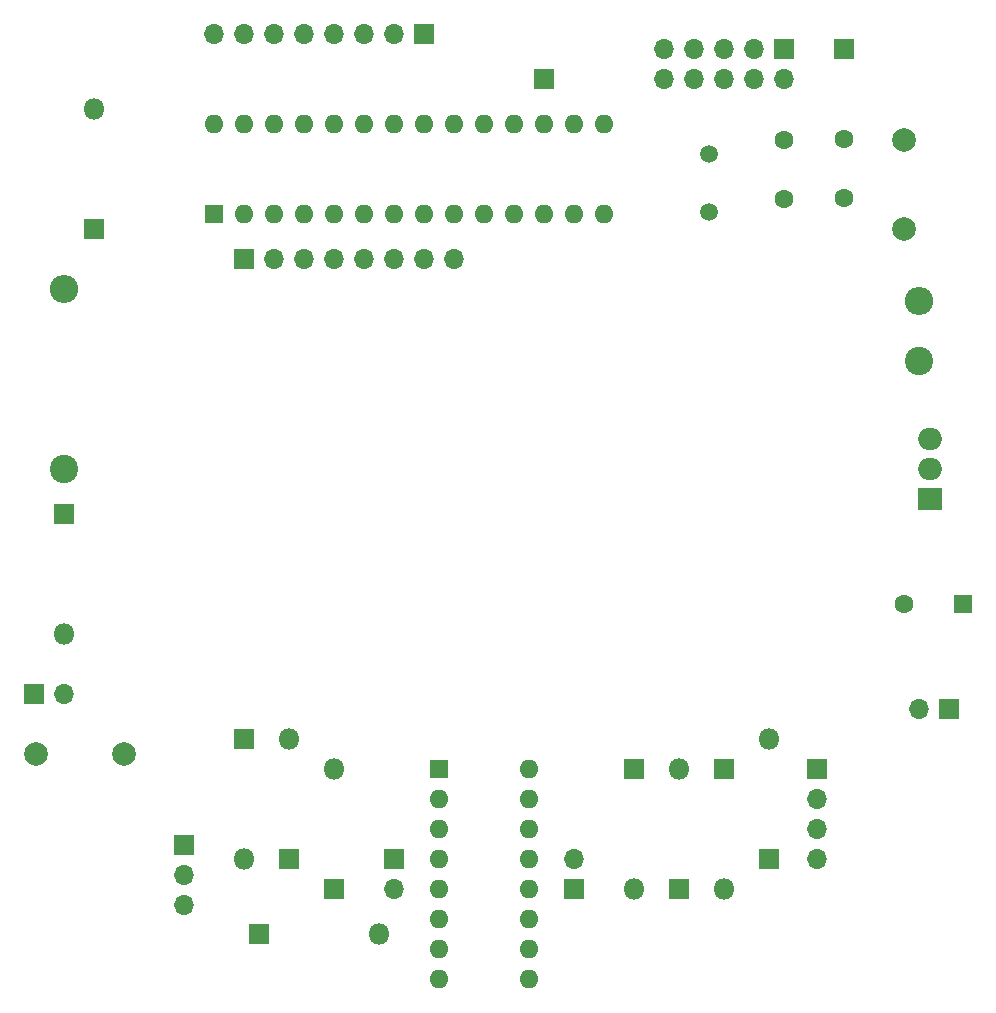
<source format=gbr>
%TF.GenerationSoftware,KiCad,Pcbnew,7.0.7*%
%TF.CreationDate,2023-12-08T08:50:08+07:00*%
%TF.ProjectId,schem,73636865-6d2e-46b6-9963-61645f706362,rev?*%
%TF.SameCoordinates,Original*%
%TF.FileFunction,Soldermask,Top*%
%TF.FilePolarity,Negative*%
%FSLAX46Y46*%
G04 Gerber Fmt 4.6, Leading zero omitted, Abs format (unit mm)*
G04 Created by KiCad (PCBNEW 7.0.7) date 2023-12-08 08:50:08*
%MOMM*%
%LPD*%
G01*
G04 APERTURE LIST*
%ADD10R,1.800000X1.800000*%
%ADD11O,1.800000X1.800000*%
%ADD12R,1.700000X1.700000*%
%ADD13R,2.000000X1.905000*%
%ADD14O,2.000000X1.905000*%
%ADD15O,1.700000X1.700000*%
%ADD16C,2.400000*%
%ADD17O,2.400000X2.400000*%
%ADD18R,1.600000X1.600000*%
%ADD19O,1.600000X1.600000*%
%ADD20C,1.600000*%
%ADD21C,2.000000*%
%ADD22C,1.500000*%
G04 APERTURE END LIST*
D10*
%TO.C,D13*%
X92730000Y-133350000D03*
D11*
X92730000Y-143510000D03*
%TD*%
D12*
%TO.C,J6*%
X143515000Y-74935000D03*
%TD*%
D10*
%TO.C,D16*%
X96540000Y-143510000D03*
D11*
X96540000Y-133350000D03*
%TD*%
D13*
%TO.C,U3*%
X150825000Y-113030000D03*
D14*
X150825000Y-110490000D03*
X150825000Y-107950000D03*
%TD*%
D10*
%TO.C,D20*%
X125750000Y-135890000D03*
D11*
X125750000Y-146050000D03*
%TD*%
D12*
%TO.C,J7*%
X87630000Y-142255000D03*
D15*
X87630000Y-144795000D03*
X87630000Y-147335000D03*
%TD*%
D16*
%TO.C,FB2*%
X149880000Y-101300000D03*
D17*
X149880000Y-96220000D03*
%TD*%
D12*
%TO.C,M1*%
X105430000Y-143510000D03*
D15*
X105430000Y-146050000D03*
%TD*%
D12*
%TO.C,J2*%
X152420000Y-130810000D03*
D15*
X149880000Y-130810000D03*
%TD*%
D10*
%TO.C,D11*%
X77490000Y-114300000D03*
D11*
X77490000Y-124460000D03*
%TD*%
D10*
%TO.C,D17*%
X133370000Y-135890000D03*
D11*
X133370000Y-146050000D03*
%TD*%
D18*
%TO.C,U2*%
X109240000Y-135890000D03*
D19*
X109240000Y-138430000D03*
X109240000Y-140970000D03*
X109240000Y-143510000D03*
X109240000Y-146050000D03*
X109240000Y-148590000D03*
X109240000Y-151130000D03*
X109240000Y-153670000D03*
X116860000Y-153670000D03*
X116860000Y-151130000D03*
X116860000Y-148590000D03*
X116860000Y-146050000D03*
X116860000Y-143510000D03*
X116860000Y-140970000D03*
X116860000Y-138430000D03*
X116860000Y-135890000D03*
%TD*%
D10*
%TO.C,D18*%
X137180000Y-143510000D03*
D11*
X137180000Y-133350000D03*
%TD*%
D20*
%TO.C,C6*%
X143510000Y-82550000D03*
X143510000Y-87550000D03*
%TD*%
D10*
%TO.C,D14*%
X94000000Y-149860000D03*
D11*
X104160000Y-149860000D03*
%TD*%
D10*
%TO.C,D15*%
X100350000Y-146050000D03*
D11*
X100350000Y-135890000D03*
%TD*%
D12*
%TO.C,J5*%
X138430000Y-74930000D03*
D15*
X138430000Y-77470000D03*
X135890000Y-74930000D03*
X135890000Y-77470000D03*
X133350000Y-74930000D03*
X133350000Y-77470000D03*
X130810000Y-74930000D03*
X130810000Y-77470000D03*
X128270000Y-74930000D03*
X128270000Y-77470000D03*
%TD*%
D12*
%TO.C,M2*%
X120670000Y-146050000D03*
D15*
X120670000Y-143510000D03*
%TD*%
D12*
%TO.C,J4*%
X107950000Y-73660000D03*
D15*
X105410000Y-73660000D03*
X102870000Y-73660000D03*
X100330000Y-73660000D03*
X97790000Y-73660000D03*
X95250000Y-73660000D03*
X92710000Y-73660000D03*
X90170000Y-73660000D03*
%TD*%
D16*
%TO.C,R11*%
X77490000Y-110490000D03*
D17*
X77490000Y-95250000D03*
%TD*%
D10*
%TO.C,D8*%
X80030000Y-90170000D03*
D11*
X80030000Y-80010000D03*
%TD*%
D21*
%TO.C,C2*%
X75070000Y-134620000D03*
X82570000Y-134620000D03*
%TD*%
D12*
%TO.C,J8*%
X141224000Y-135890000D03*
D15*
X141224000Y-138430000D03*
X141224000Y-140970000D03*
X141224000Y-143510000D03*
%TD*%
D21*
%TO.C,C3*%
X148610000Y-82610000D03*
X148610000Y-90110000D03*
%TD*%
D20*
%TO.C,C5*%
X138430000Y-82590000D03*
X138430000Y-87590000D03*
%TD*%
D22*
%TO.C,Y1*%
X132080000Y-83820000D03*
X132080000Y-88700000D03*
%TD*%
D12*
%TO.C,J1*%
X118110000Y-77470000D03*
%TD*%
D18*
%TO.C,U1*%
X90170000Y-88900000D03*
D19*
X92710000Y-88900000D03*
X95250000Y-88900000D03*
X97790000Y-88900000D03*
X100330000Y-88900000D03*
X102870000Y-88900000D03*
X105410000Y-88900000D03*
X107950000Y-88900000D03*
X110490000Y-88900000D03*
X113030000Y-88900000D03*
X115570000Y-88900000D03*
X118110000Y-88900000D03*
X120650000Y-88900000D03*
X123190000Y-88900000D03*
X123190000Y-81280000D03*
X120650000Y-81280000D03*
X118110000Y-81280000D03*
X115570000Y-81280000D03*
X113030000Y-81280000D03*
X110490000Y-81280000D03*
X107950000Y-81280000D03*
X105410000Y-81280000D03*
X102870000Y-81280000D03*
X100330000Y-81280000D03*
X97790000Y-81280000D03*
X95250000Y-81280000D03*
X92710000Y-81280000D03*
X90170000Y-81280000D03*
%TD*%
D10*
%TO.C,D19*%
X129560000Y-146050000D03*
D11*
X129560000Y-135890000D03*
%TD*%
D12*
%TO.C,SW1*%
X74950000Y-129540000D03*
D15*
X77490000Y-129540000D03*
%TD*%
D18*
%TO.C,C1*%
X153610000Y-121920000D03*
D20*
X148610000Y-121920000D03*
%TD*%
D12*
%TO.C,J9*%
X92725000Y-92710000D03*
D15*
X95265000Y-92710000D03*
X97805000Y-92710000D03*
X100345000Y-92710000D03*
X102885000Y-92710000D03*
X105425000Y-92710000D03*
X107965000Y-92710000D03*
X110505000Y-92710000D03*
%TD*%
M02*

</source>
